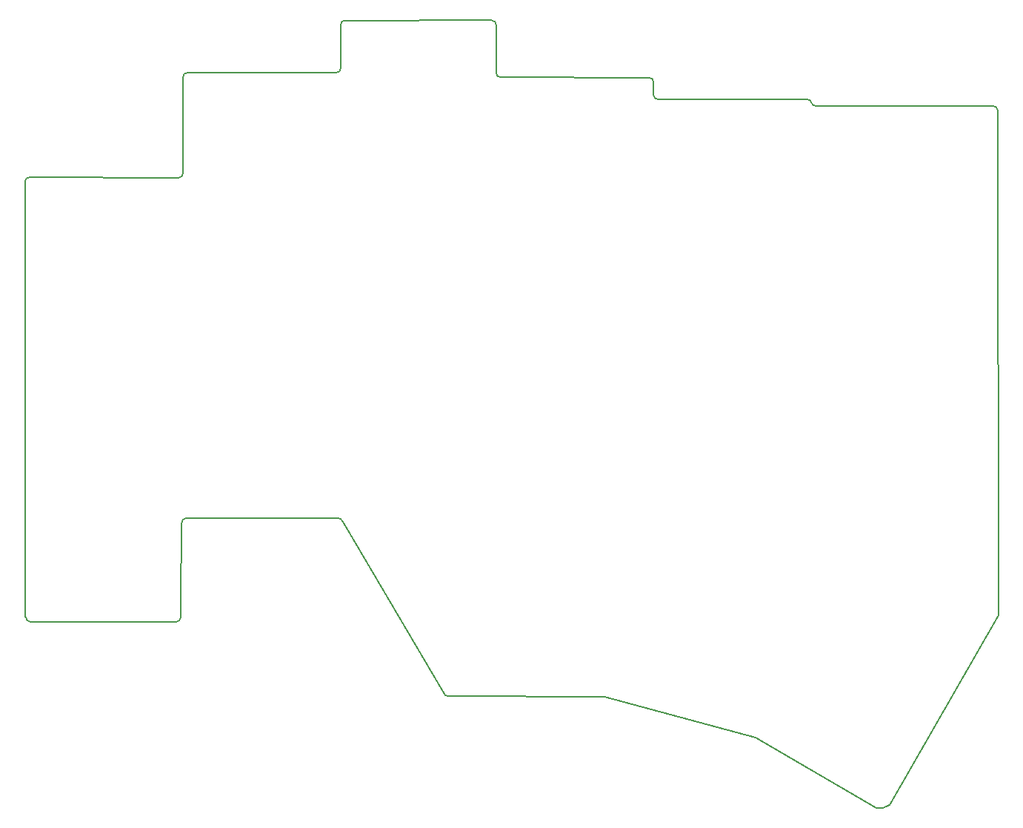
<source format=gm1>
G04 #@! TF.GenerationSoftware,KiCad,Pcbnew,8.0.6*
G04 #@! TF.CreationDate,2024-11-01T11:01:02+01:00*
G04 #@! TF.ProjectId,temper,74656d70-6572-42e6-9b69-6361645f7063,1.0*
G04 #@! TF.SameCoordinates,Original*
G04 #@! TF.FileFunction,Profile,NP*
%FSLAX46Y46*%
G04 Gerber Fmt 4.6, Leading zero omitted, Abs format (unit mm)*
G04 Created by KiCad (PCBNEW 8.0.6) date 2024-11-01 11:01:02*
%MOMM*%
%LPD*%
G01*
G04 APERTURE LIST*
G04 #@! TA.AperFunction,Profile*
%ADD10C,0.150000*%
G04 #@! TD*
G04 APERTURE END LIST*
D10*
X187620000Y-53805000D02*
X167330400Y-53815020D01*
X94515447Y-62020847D02*
X77419200Y-61976000D01*
X175768000Y-133654800D02*
X188214000Y-112014000D01*
X160477200Y-125984000D02*
X174288668Y-133959600D01*
X125374400Y-121240811D02*
X143154400Y-121259600D01*
X166360498Y-53055000D02*
G75*
G02*
X166850402Y-53455020I2J-500000D01*
G01*
X167330400Y-53815020D02*
G75*
G02*
X166850386Y-53455024I0J500020D01*
G01*
X166360498Y-53055000D02*
X149293200Y-53069020D01*
X95015447Y-61520847D02*
G75*
G02*
X94515447Y-62020847I-500047J47D01*
G01*
X95017120Y-50506820D02*
G75*
G02*
X95517120Y-50006820I499980J20D01*
G01*
X130310000Y-44036200D02*
X113530000Y-44049553D01*
X130810000Y-50053400D02*
X130810000Y-44536200D01*
X148293200Y-50569020D02*
X131310000Y-50553400D01*
X148793200Y-52569020D02*
X148793200Y-51069020D01*
X95017120Y-50506820D02*
X95015447Y-61520847D01*
X112547120Y-50006820D02*
X95517120Y-50006820D01*
X113030000Y-44549553D02*
X113047120Y-49506820D01*
X113047120Y-49506820D02*
G75*
G02*
X112547120Y-50006820I-500020J20D01*
G01*
X113030000Y-44549553D02*
G75*
G02*
X113530000Y-44049600I500000J-47D01*
G01*
X130310000Y-44036200D02*
G75*
G02*
X130810000Y-44536200I0J-500000D01*
G01*
X131310000Y-50553400D02*
G75*
G02*
X130810000Y-50053400I0J500000D01*
G01*
X148293200Y-50569020D02*
G75*
G02*
X148793180Y-51069020I0J-499980D01*
G01*
X149293200Y-53069020D02*
G75*
G02*
X148793180Y-52569020I0J500020D01*
G01*
X187620000Y-53805000D02*
G75*
G02*
X188120000Y-54305000I0J-500000D01*
G01*
X95453200Y-100862652D02*
X112623600Y-100862652D01*
X94792800Y-110744000D02*
X94843600Y-101472252D01*
X112623600Y-100862652D02*
G75*
G02*
X113294857Y-101294883I0J-737348D01*
G01*
X125374400Y-121240811D02*
G75*
G02*
X125018800Y-121107200I0J540011D01*
G01*
X175768000Y-133654800D02*
G75*
G02*
X174288670Y-133959593I-1039300J1301900D01*
G01*
X77012800Y-93776800D02*
X77012800Y-110744000D01*
X76962000Y-62433200D02*
X77012800Y-76708000D01*
X188120000Y-54305000D02*
X188214000Y-112014000D01*
X94792800Y-112115600D02*
X94792800Y-110744000D01*
X94843600Y-101472252D02*
G75*
G02*
X95453200Y-100862700I609600J-48D01*
G01*
X94792800Y-112115600D02*
G75*
G02*
X94132400Y-112776000I-660400J0D01*
G01*
X77012800Y-112115600D02*
X77012800Y-110744000D01*
X77012800Y-76708000D02*
X77012800Y-93776800D01*
X113294857Y-101294883D02*
X125018800Y-121107200D01*
X76962000Y-62433200D02*
G75*
G02*
X77419200Y-61976000I457200J0D01*
G01*
X77673200Y-112776000D02*
X94132400Y-112776000D01*
X143154400Y-121259600D02*
X160477200Y-125984000D01*
X77673200Y-112776000D02*
G75*
G02*
X77012800Y-112115600I0J660400D01*
G01*
M02*

</source>
